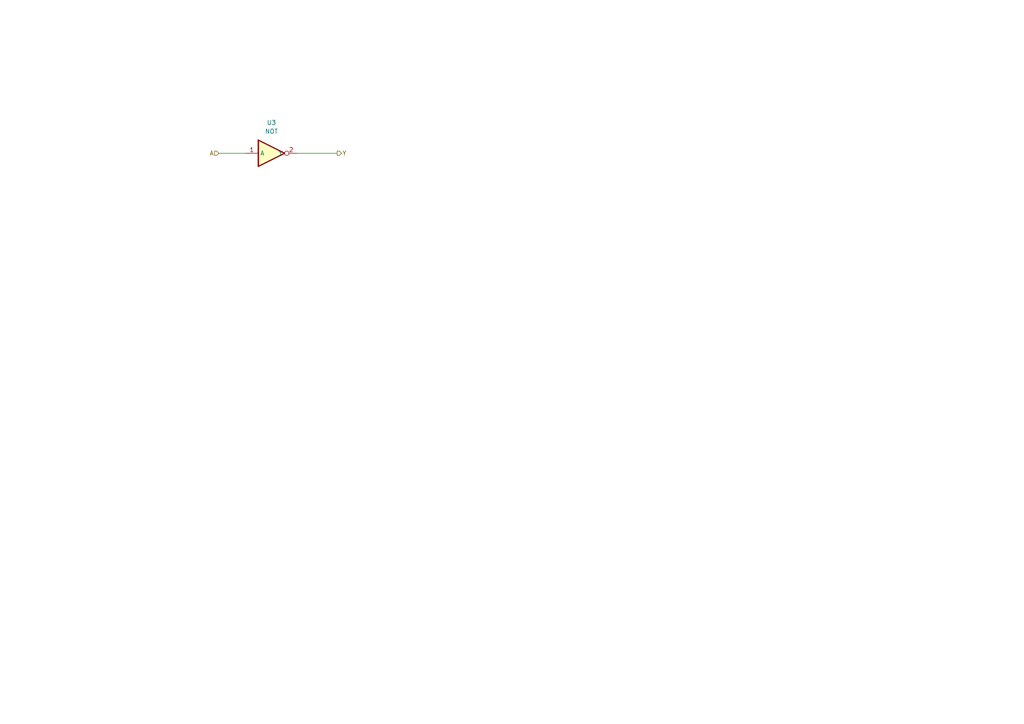
<source format=kicad_sch>
(kicad_sch (version 20211123) (generator eeschema)
  (paper "A4")
  (lib_symbols
    (symbol "VerilogLibrary:NOT"
      (property "Reference" "U" (at 0 0 0))
      (property "Value" "NOT" (at 0 0 0))
      (symbol "NOT_1_0"
        (polyline (pts (xy -3.81 3.81) (xy -3.81 -3.81) (xy 3.81 0) (xy -3.81 3.81)) (stroke (width 0.254)) (fill (type background)))
        (polyline (pts (xy -3.81 3.81) (xy -3.81 -3.81) (xy 3.81 0) (xy -3.81 3.81)) (stroke (width 0.254)) (fill (type background)))
        (polyline (pts (xy -3.81 3.81) (xy -3.81 -3.81) (xy 3.81 0) (xy -3.81 3.81)) (stroke (width 0.254)) (fill (type background)))
        (polyline (pts (xy -3.81 3.81) (xy -3.81 -3.81) (xy 3.81 0) (xy -3.81 3.81)) (stroke (width 0.254)) (fill (type background)))
        (polyline (pts (xy -3.81 3.81) (xy -3.81 -3.81) (xy 3.81 0) (xy -3.81 3.81)) (stroke (width 0.254)) (fill (type background)))
        (polyline (pts (xy -3.81 3.81) (xy -3.81 -3.81) (xy 3.81 0) (xy -3.81 3.81)) (stroke (width 0.254)) (fill (type background)))
        (pin input line (at -7.62 0 0) (length 3.81) (name "A") (number "1"))
        (pin output inverted (at 7.62 0 180) (length 3.81) (name "Y") (number "2"))
      )
    )
  )
  (wire (pts (xy 86.36 44.45) (xy 97.79 44.45)))
  (wire (pts (xy 63.5 44.45) (xy 71.12 44.45)))
  (hierarchical_label "Y" (shape output) (at 97.79 44.45 0))
  (hierarchical_label "A" (shape input) (at 63.5 44.45 180))
  (symbol (lib_id "VerilogLibrary:NOT") (at 78.74 44.45 0)
    (property "Reference" "U3" (at 78.74 35.56 0))
    (property "Value" "NOT" (at 78.74 38.1 0))
  )
)
</source>
